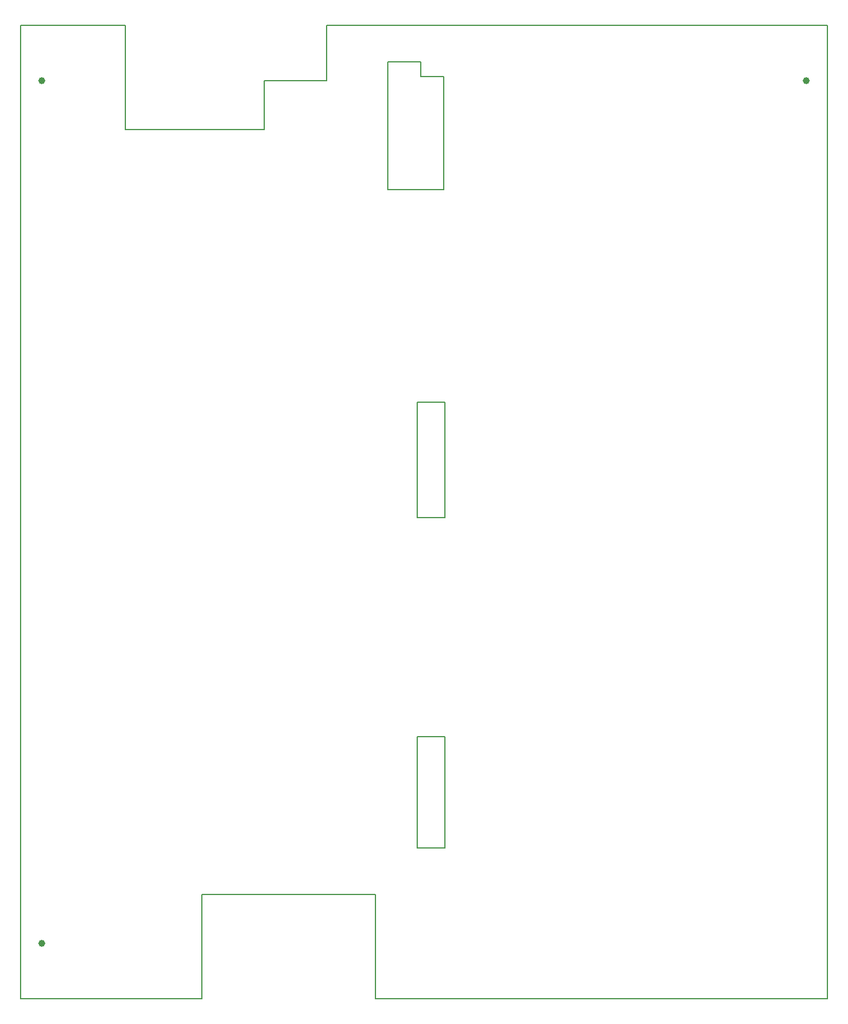
<source format=gbp>
G04*
G04 #@! TF.GenerationSoftware,Altium Limited,Altium Designer,22.3.1 (43)*
G04*
G04 Layer_Color=128*
%FSLAX25Y25*%
%MOIN*%
G70*
G04*
G04 #@! TF.SameCoordinates,3C66329E-7EC6-4DA4-B4DD-612C795C30B2*
G04*
G04*
G04 #@! TF.FilePolarity,Positive*
G04*
G01*
G75*
%ADD10C,0.00787*%
%ADD53C,0.03937*%
D10*
X208000Y458000D02*
Y530500D01*
X226519Y522261D02*
X239496D01*
X226500Y522279D02*
Y530500D01*
X208000D02*
X226500D01*
X59055Y492126D02*
Y551181D01*
X102362Y0D02*
Y59055D01*
X200787D01*
Y0D02*
Y59055D01*
Y-0D02*
X456693Y0D01*
X173228Y551181D02*
X456693D01*
X137795Y492126D02*
Y519685D01*
X173228D01*
Y551181D01*
X59055Y492126D02*
X137795Y492126D01*
X224472Y337700D02*
X240220D01*
X224472Y272500D02*
X240220D01*
Y337700D01*
X224472Y272500D02*
Y337700D01*
Y85345D02*
Y148500D01*
X240220Y85345D02*
Y148500D01*
X224472Y85345D02*
X240220D01*
X224472Y148500D02*
X240220D01*
X239496Y458000D02*
Y522261D01*
X208000Y458000D02*
X239496D01*
X0Y0D02*
X102362D01*
X0Y551181D02*
X59055D01*
X456693Y0D02*
Y551181D01*
X0Y0D02*
Y551181D01*
D53*
X444882Y519685D02*
D03*
X11811D02*
D03*
Y31496D02*
D03*
M02*

</source>
